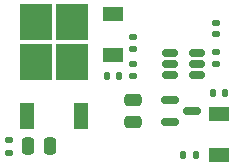
<source format=gbr>
%TF.GenerationSoftware,KiCad,Pcbnew,6.0.11+dfsg-1~bpo11+1*%
%TF.CreationDate,2023-05-06T05:54:02+00:00*%
%TF.ProjectId,huibike,68756962-696b-4652-9e6b-696361645f70,rev?*%
%TF.SameCoordinates,Original*%
%TF.FileFunction,Paste,Top*%
%TF.FilePolarity,Positive*%
%FSLAX46Y46*%
G04 Gerber Fmt 4.6, Leading zero omitted, Abs format (unit mm)*
G04 Created by KiCad (PCBNEW 6.0.11+dfsg-1~bpo11+1) date 2023-05-06 05:54:02*
%MOMM*%
%LPD*%
G01*
G04 APERTURE LIST*
G04 Aperture macros list*
%AMRoundRect*
0 Rectangle with rounded corners*
0 $1 Rounding radius*
0 $2 $3 $4 $5 $6 $7 $8 $9 X,Y pos of 4 corners*
0 Add a 4 corners polygon primitive as box body*
4,1,4,$2,$3,$4,$5,$6,$7,$8,$9,$2,$3,0*
0 Add four circle primitives for the rounded corners*
1,1,$1+$1,$2,$3*
1,1,$1+$1,$4,$5*
1,1,$1+$1,$6,$7*
1,1,$1+$1,$8,$9*
0 Add four rect primitives between the rounded corners*
20,1,$1+$1,$2,$3,$4,$5,0*
20,1,$1+$1,$4,$5,$6,$7,0*
20,1,$1+$1,$6,$7,$8,$9,0*
20,1,$1+$1,$8,$9,$2,$3,0*%
G04 Aperture macros list end*
%ADD10RoundRect,0.140000X0.170000X-0.140000X0.170000X0.140000X-0.170000X0.140000X-0.170000X-0.140000X0*%
%ADD11RoundRect,0.150000X-0.587500X-0.150000X0.587500X-0.150000X0.587500X0.150000X-0.587500X0.150000X0*%
%ADD12RoundRect,0.250000X-0.250000X-0.475000X0.250000X-0.475000X0.250000X0.475000X-0.250000X0.475000X0*%
%ADD13RoundRect,0.135000X-0.135000X-0.185000X0.135000X-0.185000X0.135000X0.185000X-0.135000X0.185000X0*%
%ADD14RoundRect,0.135000X0.185000X-0.135000X0.185000X0.135000X-0.185000X0.135000X-0.185000X-0.135000X0*%
%ADD15R,1.700000X1.300000*%
%ADD16R,2.750000X3.050000*%
%ADD17R,1.200000X2.200000*%
%ADD18RoundRect,0.150000X-0.512500X-0.150000X0.512500X-0.150000X0.512500X0.150000X-0.512500X0.150000X0*%
%ADD19RoundRect,0.250000X-0.475000X0.250000X-0.475000X-0.250000X0.475000X-0.250000X0.475000X0.250000X0*%
G04 APERTURE END LIST*
D10*
%TO.C,C104*%
X104000000Y-54480000D03*
X104000000Y-53520000D03*
%TD*%
D11*
%TO.C,Q101*%
X100062500Y-60050000D03*
X100062500Y-61950000D03*
X101937500Y-61000000D03*
%TD*%
D12*
%TO.C,C101*%
X88050000Y-64000000D03*
X89950000Y-64000000D03*
%TD*%
D13*
%TO.C,R105*%
X94740000Y-58000000D03*
X95760000Y-58000000D03*
%TD*%
D14*
%TO.C,R101*%
X104000000Y-57000000D03*
X104000000Y-55980000D03*
%TD*%
D13*
%TO.C,R102*%
X103740000Y-59500000D03*
X104760000Y-59500000D03*
%TD*%
D15*
%TO.C,D101*%
X104250000Y-61250000D03*
X104250000Y-64750000D03*
%TD*%
%TO.C,D102*%
X95250000Y-56250000D03*
X95250000Y-52750000D03*
%TD*%
D10*
%TO.C,C102*%
X97000000Y-58000000D03*
X97000000Y-57040000D03*
%TD*%
D14*
%TO.C,R104*%
X97000000Y-55760000D03*
X97000000Y-54740000D03*
%TD*%
D16*
%TO.C,U102*%
X91775000Y-56825000D03*
X88725000Y-53475000D03*
X88725000Y-56825000D03*
X91775000Y-53475000D03*
D17*
X87970000Y-61450000D03*
X92530000Y-61450000D03*
%TD*%
D14*
%TO.C,R106*%
X86500000Y-64510000D03*
X86500000Y-63490000D03*
%TD*%
D18*
%TO.C,U101*%
X100112500Y-56050000D03*
X100112500Y-57000000D03*
X100112500Y-57950000D03*
X102387500Y-57950000D03*
X102387500Y-57000000D03*
X102387500Y-56050000D03*
%TD*%
D13*
%TO.C,R103*%
X101240000Y-64750000D03*
X102260000Y-64750000D03*
%TD*%
D19*
%TO.C,C103*%
X97000000Y-60050000D03*
X97000000Y-61950000D03*
%TD*%
M02*

</source>
